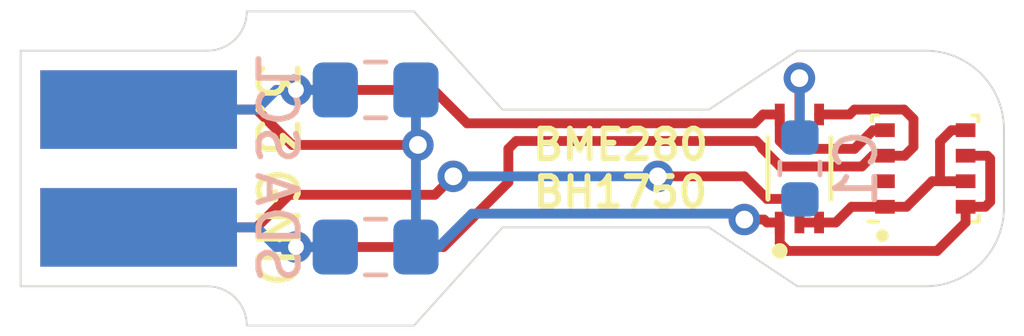
<source format=kicad_pcb>
(kicad_pcb (version 20171130) (host pcbnew 5.1.6-c6e7f7d~86~ubuntu20.04.1)

  (general
    (thickness 1.6)
    (drawings 35)
    (tracks 91)
    (zones 0)
    (modules 9)
    (nets 7)
  )

  (page A4)
  (layers
    (0 F.Cu signal)
    (31 B.Cu signal)
    (32 B.Adhes user hide)
    (33 F.Adhes user hide)
    (34 B.Paste user hide)
    (35 F.Paste user hide)
    (36 B.SilkS user)
    (37 F.SilkS user)
    (38 B.Mask user hide)
    (39 F.Mask user hide)
    (40 Dwgs.User user hide)
    (41 Cmts.User user hide)
    (42 Eco1.User user)
    (43 Eco2.User user hide)
    (44 Edge.Cuts user)
    (45 Margin user hide)
    (46 B.CrtYd user hide)
    (47 F.CrtYd user hide)
    (48 B.Fab user hide)
    (49 F.Fab user hide)
  )

  (setup
    (last_trace_width 0.25)
    (trace_clearance 0.2)
    (zone_clearance 0.508)
    (zone_45_only no)
    (trace_min 0.2)
    (via_size 0.8)
    (via_drill 0.4)
    (via_min_size 0.4)
    (via_min_drill 0.3)
    (uvia_size 0.3)
    (uvia_drill 0.1)
    (uvias_allowed no)
    (uvia_min_size 0.2)
    (uvia_min_drill 0.1)
    (edge_width 0.05)
    (segment_width 0.2)
    (pcb_text_width 0.3)
    (pcb_text_size 1.5 1.5)
    (mod_edge_width 0.12)
    (mod_text_size 1 1)
    (mod_text_width 0.15)
    (pad_size 1.524 1.524)
    (pad_drill 0.762)
    (pad_to_mask_clearance 0.05)
    (aux_axis_origin 0 0)
    (visible_elements 7FFFFFFF)
    (pcbplotparams
      (layerselection 0x010fc_ffffffff)
      (usegerberextensions false)
      (usegerberattributes true)
      (usegerberadvancedattributes true)
      (creategerberjobfile true)
      (excludeedgelayer true)
      (linewidth 0.100000)
      (plotframeref false)
      (viasonmask false)
      (mode 1)
      (useauxorigin false)
      (hpglpennumber 1)
      (hpglpenspeed 20)
      (hpglpendiameter 15.000000)
      (psnegative false)
      (psa4output false)
      (plotreference true)
      (plotvalue true)
      (plotinvisibletext false)
      (padsonsilk false)
      (subtractmaskfromsilk false)
      (outputformat 1)
      (mirror false)
      (drillshape 0)
      (scaleselection 1)
      (outputdirectory ""))
  )

  (net 0 "")
  (net 1 SCL)
  (net 2 3.3)
  (net 3 GND)
  (net 4 SDA)
  (net 5 "Net-(U1-Pad2)")
  (net 6 "Net-(C1-Pad2)")

  (net_class Default "This is the default net class."
    (clearance 0.2)
    (trace_width 0.25)
    (via_dia 0.8)
    (via_drill 0.4)
    (uvia_dia 0.3)
    (uvia_drill 0.1)
    (add_net 3.3)
    (add_net GND)
    (add_net "Net-(C1-Pad2)")
    (add_net "Net-(U1-Pad2)")
    (add_net SCL)
    (add_net SDA)
  )

  (module BH1750:XDCR_BH1750FVI-TR (layer F.Cu) (tedit 5F131C13) (tstamp 5F13D662)
    (at 77.3 134 90)
    (path /5F132020)
    (fp_text reference U2 (at 0.3 -1.7 90) (layer F.Fab) hide
      (effects (font (size 1.001283 1.001283) (thickness 0.015)))
    )
    (fp_text value BH1750FVI-TR (at 8.80415 1.71678 90) (layer F.Fab)
      (effects (font (size 1.001039 1.001039) (thickness 0.015)))
    )
    (fp_circle (center -2.1 -0.5) (end -2 -0.5) (layer F.SilkS) (width 0.2))
    (fp_line (start -1.3 0.8) (end 1.3 0.8) (layer F.Fab) (width 0.127))
    (fp_line (start 1.3 -0.8) (end -1.3 -0.8) (layer F.Fab) (width 0.127))
    (fp_line (start -1.9 1.05) (end -1.9 -1.05) (layer F.CrtYd) (width 0.05))
    (fp_line (start 1.9 1.05) (end -1.9 1.05) (layer F.CrtYd) (width 0.05))
    (fp_line (start 1.9 -1.05) (end 1.9 1.05) (layer F.CrtYd) (width 0.05))
    (fp_line (start -1.9 -1.05) (end 1.9 -1.05) (layer F.CrtYd) (width 0.05))
    (fp_circle (center -2.1 -0.5) (end -2 -0.5) (layer F.Fab) (width 0.2))
    (fp_line (start 0.78 -0.8) (end -0.78 -0.8) (layer F.SilkS) (width 0.127))
    (fp_line (start 1.3 0.8) (end 1.3 -0.8) (layer F.Fab) (width 0.127))
    (fp_line (start -0.78 0.8) (end 0.78 0.8) (layer F.SilkS) (width 0.127))
    (fp_line (start -1.3 -0.8) (end -1.3 0.8) (layer F.Fab) (width 0.127))
    (pad 6 smd rect (at 1.375 -0.5 90) (size 0.55 0.25) (layers F.Cu F.Paste F.Mask)
      (net 1 SCL))
    (pad 5 smd rect (at 1.375 0 90) (size 0.55 0.25) (layers F.Cu F.Paste F.Mask)
      (net 6 "Net-(C1-Pad2)"))
    (pad 4 smd rect (at 1.375 0.5 90) (size 0.55 0.25) (layers F.Cu F.Paste F.Mask)
      (net 4 SDA))
    (pad 3 smd rect (at -1.375 0.5 90) (size 0.55 0.25) (layers F.Cu F.Paste F.Mask)
      (net 3 GND))
    (pad 2 smd rect (at -1.375 0 90) (size 0.55 0.25) (layers F.Cu F.Paste F.Mask)
      (net 3 GND))
    (pad 1 smd rect (at -1.375 -0.5 90) (size 0.55 0.25) (layers F.Cu F.Paste F.Mask)
      (net 2 3.3))
  )

  (module Capacitor_SMD:C_0603_1608Metric (layer B.Cu) (tedit 5B301BBE) (tstamp 5F13D590)
    (at 77.3125 134 90)
    (descr "Capacitor SMD 0603 (1608 Metric), square (rectangular) end terminal, IPC_7351 nominal, (Body size source: http://www.tortai-tech.com/upload/download/2011102023233369053.pdf), generated with kicad-footprint-generator")
    (tags capacitor)
    (path /5F132F89)
    (attr smd)
    (fp_text reference C1 (at 0 1.4375 90) (layer B.SilkS)
      (effects (font (size 1 1) (thickness 0.15)) (justify mirror))
    )
    (fp_text value 1uF (at 0 -1.43 90) (layer B.Fab)
      (effects (font (size 1 1) (thickness 0.15)) (justify mirror))
    )
    (fp_line (start 1.48 -0.73) (end -1.48 -0.73) (layer B.CrtYd) (width 0.05))
    (fp_line (start 1.48 0.73) (end 1.48 -0.73) (layer B.CrtYd) (width 0.05))
    (fp_line (start -1.48 0.73) (end 1.48 0.73) (layer B.CrtYd) (width 0.05))
    (fp_line (start -1.48 -0.73) (end -1.48 0.73) (layer B.CrtYd) (width 0.05))
    (fp_line (start -0.162779 -0.51) (end 0.162779 -0.51) (layer B.SilkS) (width 0.12))
    (fp_line (start -0.162779 0.51) (end 0.162779 0.51) (layer B.SilkS) (width 0.12))
    (fp_line (start 0.8 -0.4) (end -0.8 -0.4) (layer B.Fab) (width 0.1))
    (fp_line (start 0.8 0.4) (end 0.8 -0.4) (layer B.Fab) (width 0.1))
    (fp_line (start -0.8 0.4) (end 0.8 0.4) (layer B.Fab) (width 0.1))
    (fp_line (start -0.8 -0.4) (end -0.8 0.4) (layer B.Fab) (width 0.1))
    (fp_text user %R (at 0 0 90) (layer B.Fab)
      (effects (font (size 0.4 0.4) (thickness 0.06)) (justify mirror))
    )
    (pad 2 smd roundrect (at 0.7875 0 90) (size 0.875 0.95) (layers B.Cu B.Paste B.Mask) (roundrect_rratio 0.25)
      (net 6 "Net-(C1-Pad2)"))
    (pad 1 smd roundrect (at -0.7875 0 90) (size 0.875 0.95) (layers B.Cu B.Paste B.Mask) (roundrect_rratio 0.25)
      (net 3 GND))
    (model ${KISYS3DMOD}/Capacitor_SMD.3dshapes/C_0603_1608Metric.wrl
      (at (xyz 0 0 0))
      (scale (xyz 1 1 1))
      (rotate (xyz 0 0 0))
    )
  )

  (module "KD5AHL-Kicad:2x5 SMD Pad" (layer F.Cu) (tedit 5EFCB001) (tstamp 5EFBD28E)
    (at 60.5 132.96)
    (path /5EFBD21A)
    (fp_text reference TP4 (at 0 0.5) (layer F.Fab) hide
      (effects (font (size 1 1) (thickness 0.15)))
    )
    (fp_text value GND (at 0 -0.5) (layer F.Fab)
      (effects (font (size 1 1) (thickness 0.15)))
    )
    (pad 1 smd rect (at 0 2.54 90) (size 2 5) (layers F.Cu F.Paste F.Mask)
      (net 3 GND))
  )

  (module "KD5AHL-Kicad:2x5 SMD Pad" (layer F.Cu) (tedit 5EFCB001) (tstamp 5EFBDB5E)
    (at 60.5 129.96)
    (path /5EFBD065)
    (fp_text reference TP3 (at 0 0.5) (layer F.Fab) hide
      (effects (font (size 1 1) (thickness 0.15)))
    )
    (fp_text value 3.3 (at 0 -0.5) (layer F.Fab)
      (effects (font (size 1 1) (thickness 0.15)))
    )
    (pad 1 smd rect (at 0 2.54 90) (size 2 5) (layers F.Cu F.Paste F.Mask)
      (net 2 3.3))
  )

  (module "KD5AHL-Kicad:2x5 SMD Pad" (layer B.Cu) (tedit 5EFCB001) (tstamp 5EFBD27A)
    (at 60.5 135.04)
    (path /5EFBCE9A)
    (fp_text reference TP2 (at 0 -0.5) (layer B.Fab) hide
      (effects (font (size 1 1) (thickness 0.15)) (justify mirror))
    )
    (fp_text value SCL (at 0 0.5) (layer B.Fab)
      (effects (font (size 1 1) (thickness 0.15)) (justify mirror))
    )
    (pad 1 smd rect (at 0 -2.54 270) (size 2 5) (layers B.Cu B.Paste B.Mask)
      (net 1 SCL))
  )

  (module "KD5AHL-Kicad:2x5 SMD Pad" (layer B.Cu) (tedit 5EFCB001) (tstamp 5EFCB676)
    (at 60.5 138.04)
    (path /5EFBBE63)
    (fp_text reference TP1 (at 0 -0.5) (layer B.Fab) hide
      (effects (font (size 1 1) (thickness 0.15)) (justify mirror))
    )
    (fp_text value SDA (at 0 0.5) (layer B.Fab)
      (effects (font (size 1 1) (thickness 0.15)) (justify mirror))
    )
    (pad 1 smd rect (at 0 -2.54 270) (size 2 5) (layers B.Cu B.Paste B.Mask)
      (net 4 SDA))
  )

  (module Package_LGA:Bosch_LGA-8_2.5x2.5mm_P0.65mm_ClockwisePinNumbering (layer F.Cu) (tedit 5A0FA816) (tstamp 5EFBD0D4)
    (at 80.5 134 90)
    (descr LGA-8)
    (tags "lga land grid array")
    (path /5EFB6E21)
    (attr smd)
    (fp_text reference U1 (at 0.015 -2.465 270) (layer F.Fab)
      (effects (font (size 1 1) (thickness 0.15)))
    )
    (fp_text value BME280 (at 0.015 2.535 270) (layer F.Fab)
      (effects (font (size 1 1) (thickness 0.15)))
    )
    (fp_line (start -1.35 1.36) (end -1.2 1.36) (layer F.SilkS) (width 0.1))
    (fp_line (start -1.25 -0.5) (end -0.5 -1.25) (layer F.Fab) (width 0.1))
    (fp_line (start -1.35 1.35) (end -1.35 1.2) (layer F.SilkS) (width 0.1))
    (fp_line (start 1.35 1.35) (end 1.35 1.2) (layer F.SilkS) (width 0.1))
    (fp_line (start 1.35 1.35) (end 1.2 1.35) (layer F.SilkS) (width 0.1))
    (fp_line (start 1.2 -1.35) (end 1.35 -1.35) (layer F.SilkS) (width 0.1))
    (fp_line (start 1.35 -1.35) (end 1.35 -1.2) (layer F.SilkS) (width 0.1))
    (fp_line (start -1.35 -1.2) (end -1.35 -1.45) (layer F.SilkS) (width 0.1))
    (fp_line (start -1.25 1.25) (end -1.25 -0.5) (layer F.Fab) (width 0.1))
    (fp_line (start -0.5 -1.25) (end 1.25 -1.25) (layer F.Fab) (width 0.1))
    (fp_line (start 1.25 -1.25) (end 1.25 1.25) (layer F.Fab) (width 0.1))
    (fp_line (start 1.25 1.25) (end -1.25 1.25) (layer F.Fab) (width 0.1))
    (fp_line (start -1.41 1.54) (end -1.41 -1.54) (layer F.CrtYd) (width 0.05))
    (fp_line (start -1.41 -1.54) (end 1.41 -1.54) (layer F.CrtYd) (width 0.05))
    (fp_line (start 1.41 -1.54) (end 1.41 1.54) (layer F.CrtYd) (width 0.05))
    (fp_line (start 1.41 1.54) (end -1.41 1.54) (layer F.CrtYd) (width 0.05))
    (fp_text user %R (at 0 0 90) (layer F.Fab)
      (effects (font (size 0.5 0.5) (thickness 0.075)))
    )
    (pad 5 smd rect (at 0.975 1.025 180) (size 0.5 0.35) (layers F.Cu F.Paste F.Mask)
      (net 3 GND))
    (pad 6 smd rect (at 0.325 1.025 180) (size 0.5 0.35) (layers F.Cu F.Paste F.Mask)
      (net 2 3.3))
    (pad 7 smd rect (at -0.325 1.025 180) (size 0.5 0.35) (layers F.Cu F.Paste F.Mask)
      (net 3 GND))
    (pad 8 smd rect (at -0.975 1.025 180) (size 0.5 0.35) (layers F.Cu F.Paste F.Mask)
      (net 2 3.3))
    (pad 1 smd rect (at -0.975 -1.025 180) (size 0.5 0.35) (layers F.Cu F.Paste F.Mask)
      (net 3 GND))
    (pad 2 smd rect (at -0.325 -1.025 180) (size 0.5 0.35) (layers F.Cu F.Paste F.Mask)
      (net 5 "Net-(U1-Pad2)"))
    (pad 3 smd rect (at 0.325 -1.025 180) (size 0.5 0.35) (layers F.Cu F.Paste F.Mask)
      (net 4 SDA))
    (pad 4 smd rect (at 0.975 -1.025 180) (size 0.5 0.35) (layers F.Cu F.Paste F.Mask)
      (net 1 SCL))
    (model ${KISYS3DMOD}/Package_LGA.3dshapes/Bosch_LGA-8_2.5x2.5mm_P0.65mm_ClockwisePinNumbering.wrl
      (offset (xyz 0.01500000025472259 -0.03500000059435272 0))
      (scale (xyz 1 1 1))
      (rotate (xyz 0 0 0))
    )
  )

  (module Resistor_SMD:R_0805_2012Metric_Pad1.15x1.40mm_HandSolder (layer B.Cu) (tedit 5B36C52B) (tstamp 5EFBD255)
    (at 66.525 136 180)
    (descr "Resistor SMD 0805 (2012 Metric), square (rectangular) end terminal, IPC_7351 nominal with elongated pad for handsoldering. (Body size source: https://docs.google.com/spreadsheets/d/1BsfQQcO9C6DZCsRaXUlFlo91Tg2WpOkGARC1WS5S8t0/edit?usp=sharing), generated with kicad-footprint-generator")
    (tags "resistor handsolder")
    (path /5EFBA944)
    (attr smd)
    (fp_text reference R1 (at 0 -1.5 180) (layer B.Fab) hide
      (effects (font (size 1 1) (thickness 0.15)) (justify mirror))
    )
    (fp_text value 4.7K (at 0 -1.65) (layer B.Fab)
      (effects (font (size 1 1) (thickness 0.15)) (justify mirror))
    )
    (fp_line (start 1.85 -0.95) (end -1.85 -0.95) (layer B.CrtYd) (width 0.05))
    (fp_line (start 1.85 0.95) (end 1.85 -0.95) (layer B.CrtYd) (width 0.05))
    (fp_line (start -1.85 0.95) (end 1.85 0.95) (layer B.CrtYd) (width 0.05))
    (fp_line (start -1.85 -0.95) (end -1.85 0.95) (layer B.CrtYd) (width 0.05))
    (fp_line (start -0.261252 -0.71) (end 0.261252 -0.71) (layer B.SilkS) (width 0.12))
    (fp_line (start -0.261252 0.71) (end 0.261252 0.71) (layer B.SilkS) (width 0.12))
    (fp_line (start 1 -0.6) (end -1 -0.6) (layer B.Fab) (width 0.1))
    (fp_line (start 1 0.6) (end 1 -0.6) (layer B.Fab) (width 0.1))
    (fp_line (start -1 0.6) (end 1 0.6) (layer B.Fab) (width 0.1))
    (fp_line (start -1 -0.6) (end -1 0.6) (layer B.Fab) (width 0.1))
    (fp_text user %R (at 0 0) (layer B.Fab)
      (effects (font (size 0.5 0.5) (thickness 0.08)) (justify mirror))
    )
    (pad 1 smd roundrect (at -1.025 0 180) (size 1.15 1.4) (layers B.Cu B.Paste B.Mask) (roundrect_rratio 0.217391)
      (net 2 3.3))
    (pad 2 smd roundrect (at 1.025 0 180) (size 1.15 1.4) (layers B.Cu B.Paste B.Mask) (roundrect_rratio 0.217391)
      (net 4 SDA))
    (model ${KISYS3DMOD}/Resistor_SMD.3dshapes/R_0805_2012Metric.wrl
      (at (xyz 0 0 0))
      (scale (xyz 1 1 1))
      (rotate (xyz 0 0 0))
    )
  )

  (module Resistor_SMD:R_0805_2012Metric_Pad1.15x1.40mm_HandSolder (layer B.Cu) (tedit 5B36C52B) (tstamp 5EFBD266)
    (at 66.525 132 180)
    (descr "Resistor SMD 0805 (2012 Metric), square (rectangular) end terminal, IPC_7351 nominal with elongated pad for handsoldering. (Body size source: https://docs.google.com/spreadsheets/d/1BsfQQcO9C6DZCsRaXUlFlo91Tg2WpOkGARC1WS5S8t0/edit?usp=sharing), generated with kicad-footprint-generator")
    (tags "resistor handsolder")
    (path /5EFBB27F)
    (attr smd)
    (fp_text reference R2 (at 0 1.65) (layer B.Fab) hide
      (effects (font (size 1 1) (thickness 0.15)) (justify mirror))
    )
    (fp_text value 4.7K (at 0 -1.65) (layer B.Fab)
      (effects (font (size 1 1) (thickness 0.15)) (justify mirror))
    )
    (fp_line (start -1 -0.6) (end -1 0.6) (layer B.Fab) (width 0.1))
    (fp_line (start -1 0.6) (end 1 0.6) (layer B.Fab) (width 0.1))
    (fp_line (start 1 0.6) (end 1 -0.6) (layer B.Fab) (width 0.1))
    (fp_line (start 1 -0.6) (end -1 -0.6) (layer B.Fab) (width 0.1))
    (fp_line (start -0.261252 0.71) (end 0.261252 0.71) (layer B.SilkS) (width 0.12))
    (fp_line (start -0.261252 -0.71) (end 0.261252 -0.71) (layer B.SilkS) (width 0.12))
    (fp_line (start -1.85 -0.95) (end -1.85 0.95) (layer B.CrtYd) (width 0.05))
    (fp_line (start -1.85 0.95) (end 1.85 0.95) (layer B.CrtYd) (width 0.05))
    (fp_line (start 1.85 0.95) (end 1.85 -0.95) (layer B.CrtYd) (width 0.05))
    (fp_line (start 1.85 -0.95) (end -1.85 -0.95) (layer B.CrtYd) (width 0.05))
    (fp_text user %R (at 0 0) (layer B.Fab)
      (effects (font (size 0.5 0.5) (thickness 0.08)) (justify mirror))
    )
    (pad 2 smd roundrect (at 1.025 0 180) (size 1.15 1.4) (layers B.Cu B.Paste B.Mask) (roundrect_rratio 0.217391)
      (net 1 SCL))
    (pad 1 smd roundrect (at -1.025 0 180) (size 1.15 1.4) (layers B.Cu B.Paste B.Mask) (roundrect_rratio 0.217391)
      (net 2 3.3))
    (model ${KISYS3DMOD}/Resistor_SMD.3dshapes/R_0805_2012Metric.wrl
      (at (xyz 0 0 0))
      (scale (xyz 1 1 1))
      (rotate (xyz 0 0 0))
    )
  )

  (dimension 6.025 (width 0.15) (layer F.Fab)
    (gr_text "6.025 mm" (at 86.475 134.0125 270) (layer F.Fab)
      (effects (font (size 1 1) (thickness 0.15)))
    )
    (feature1 (pts (xy 80.55 137.025) (xy 85.761421 137.025)))
    (feature2 (pts (xy 80.55 131) (xy 85.761421 131)))
    (crossbar (pts (xy 85.175 131) (xy 85.175 137.025)))
    (arrow1a (pts (xy 85.175 137.025) (xy 84.588579 135.898496)))
    (arrow1b (pts (xy 85.175 137.025) (xy 85.761421 135.898496)))
    (arrow2a (pts (xy 85.175 131) (xy 84.588579 132.126504)))
    (arrow2b (pts (xy 85.175 131) (xy 85.761421 132.126504)))
  )
  (gr_circle (center 79.41 135.71) (end 79.51 135.73) (layer F.SilkS) (width 0.12))
  (gr_circle (center 79.41 135.71) (end 79.47 135.71) (layer F.SilkS) (width 0.12))
  (gr_arc (start 62.25 138) (end 63.25 138) (angle -90) (layer Edge.Cuts) (width 0.05))
  (gr_line (start 57.5 137) (end 62.25 137) (layer Edge.Cuts) (width 0.05))
  (gr_arc (start 62.25 130) (end 62.25 131) (angle -90) (layer Edge.Cuts) (width 0.05))
  (gr_line (start 57.5 131) (end 62.25 131) (layer Edge.Cuts) (width 0.05))
  (gr_arc (start 80.5 135) (end 80.5 137) (angle -90) (layer Edge.Cuts) (width 0.05))
  (gr_arc (start 80.5 133) (end 82.5 133) (angle -90) (layer Edge.Cuts) (width 0.05))
  (gr_line (start 69.75 132.5) (end 75 132.5) (layer Edge.Cuts) (width 0.05))
  (gr_line (start 75 132.5) (end 77.25 131) (layer Edge.Cuts) (width 0.05))
  (gr_line (start 67.5 130) (end 69.75 132.5) (layer Edge.Cuts) (width 0.05))
  (gr_line (start 69.75 135.5) (end 75 135.5) (layer Edge.Cuts) (width 0.05))
  (gr_line (start 75 135.5) (end 77.25 137) (layer Edge.Cuts) (width 0.05))
  (gr_line (start 67.5 138) (end 69.75 135.5) (layer Edge.Cuts) (width 0.05))
  (gr_line (start 80 127.5) (end 80 132) (layer Eco2.User) (width 0.05))
  (gr_line (start 63 136.5) (end 63 140.5) (layer Eco2.User) (width 0.05))
  (gr_line (start 80 136) (end 80 140.5) (layer Eco2.User) (width 0.05))
  (gr_line (start 63 127.5) (end 63 132) (layer Eco2.User) (width 0.05))
  (gr_line (start 58 134) (end 57 134) (layer Eco1.User) (width 0.05))
  (gr_line (start 82 134) (end 83 134) (layer Eco1.User) (width 0.05))
  (dimension 25 (width 0.15) (layer F.Fab)
    (gr_text "25.000 mm" (at 70 123.45) (layer F.Fab)
      (effects (font (size 1 1) (thickness 0.15)))
    )
    (feature1 (pts (xy 82.5 131) (xy 82.5 124.163579)))
    (feature2 (pts (xy 57.5 131) (xy 57.5 124.163579)))
    (crossbar (pts (xy 57.5 124.75) (xy 82.5 124.75)))
    (arrow1a (pts (xy 82.5 124.75) (xy 81.373496 125.336421)))
    (arrow1b (pts (xy 82.5 124.75) (xy 81.373496 124.163579)))
    (arrow2a (pts (xy 57.5 124.75) (xy 58.626504 125.336421)))
    (arrow2b (pts (xy 57.5 124.75) (xy 58.626504 124.163579)))
  )
  (gr_text "BME280\nBH1750\n" (at 72.75 134) (layer F.SilkS)
    (effects (font (size 0.75 0.75) (thickness 0.15)))
  )
  (dimension 8 (width 0.15) (layer F.Fab)
    (gr_text "8.000 mm" (at 47.7 134 270) (layer F.Fab)
      (effects (font (size 1 1) (thickness 0.15)))
    )
    (feature1 (pts (xy 65 138) (xy 48.413579 138)))
    (feature2 (pts (xy 65 130) (xy 48.413579 130)))
    (crossbar (pts (xy 49 130) (xy 49 138)))
    (arrow1a (pts (xy 49 138) (xy 48.413579 136.873496)))
    (arrow1b (pts (xy 49 138) (xy 49.586421 136.873496)))
    (arrow2a (pts (xy 49 130) (xy 48.413579 131.126504)))
    (arrow2b (pts (xy 49 130) (xy 49.586421 131.126504)))
  )
  (dimension 6 (width 0.15) (layer F.Fab)
    (gr_text "6.000 mm" (at 51.2 134 270) (layer F.Fab)
      (effects (font (size 1 1) (thickness 0.15)))
    )
    (feature1 (pts (xy 60 137) (xy 51.913579 137)))
    (feature2 (pts (xy 60 131) (xy 51.913579 131)))
    (crossbar (pts (xy 52.5 131) (xy 52.5 137)))
    (arrow1a (pts (xy 52.5 137) (xy 51.913579 135.873496)))
    (arrow1b (pts (xy 52.5 137) (xy 53.086421 135.873496)))
    (arrow2a (pts (xy 52.5 131) (xy 51.913579 132.126504)))
    (arrow2b (pts (xy 52.5 131) (xy 53.086421 132.126504)))
  )
  (gr_text SDA (at 64 135.5 270) (layer B.SilkS)
    (effects (font (size 1 1) (thickness 0.15)) (justify mirror))
  )
  (gr_text SCL (at 64 132.5 270) (layer B.SilkS) (tstamp 5EFBDF0D)
    (effects (font (size 1 1) (thickness 0.15)) (justify mirror))
  )
  (gr_text GND (at 64 135.5 270) (layer F.SilkS)
    (effects (font (size 1 1) (thickness 0.15)))
  )
  (gr_text 3.3 (at 64 132.5 270) (layer F.SilkS)
    (effects (font (size 1 1) (thickness 0.15)))
  )
  (gr_line (start 57.5 131) (end 57.5 137) (layer Edge.Cuts) (width 0.05) (tstamp 5EFBDD99))
  (gr_line (start 80.5 137) (end 77.25 137) (layer Edge.Cuts) (width 0.05) (tstamp 5EFBDD98))
  (gr_line (start 82.5 133) (end 82.5 135) (layer Edge.Cuts) (width 0.05))
  (gr_line (start 77.25 131) (end 80.5 131) (layer Edge.Cuts) (width 0.05))
  (gr_line (start 63.25 138) (end 67.5 138) (layer Edge.Cuts) (width 0.05))
  (gr_line (start 63.25 130) (end 67.5 130) (layer Edge.Cuts) (width 0.05))

  (via (at 77.3 131.7) (size 0.8) (drill 0.45) (layers F.Cu B.Cu) (net 6))
  (via (at 64.5 132) (size 0.8) (drill 0.4) (layers F.Cu B.Cu) (net 1))
  (segment (start 60.5 132.5) (end 63.5 132.5) (width 0.25) (layer B.Cu) (net 1))
  (segment (start 64 132) (end 65.5 132) (width 0.25) (layer B.Cu) (net 1))
  (segment (start 63.5 132.5) (end 64 132) (width 0.25) (layer B.Cu) (net 1))
  (segment (start 79.475 133.025) (end 79.175 133.025) (width 0.25) (layer F.Cu) (net 1))
  (segment (start 79.175 133.025) (end 78.7 133.5) (width 0.25) (layer F.Cu) (net 1))
  (segment (start 78.7 133.5) (end 77 133.5) (width 0.25) (layer F.Cu) (net 1))
  (segment (start 76.8 133.3) (end 76.8 132.625) (width 0.25) (layer F.Cu) (net 1))
  (segment (start 77 133.5) (end 76.8 133.3) (width 0.25) (layer F.Cu) (net 1))
  (segment (start 76.14999 132.85001) (end 76.375 132.625) (width 0.25) (layer F.Cu) (net 1))
  (segment (start 76.375 132.625) (end 76.8 132.625) (width 0.25) (layer F.Cu) (net 1))
  (segment (start 68.85001 132.85001) (end 76.14999 132.85001) (width 0.25) (layer F.Cu) (net 1))
  (segment (start 68 132) (end 68.85001 132.85001) (width 0.25) (layer F.Cu) (net 1))
  (segment (start 64.5 132) (end 68 132) (width 0.25) (layer F.Cu) (net 1))
  (via (at 67.6 133.4) (size 0.8) (drill 0.45) (layers F.Cu B.Cu) (net 2))
  (segment (start 67.55 133.35) (end 67.6 133.4) (width 0.25) (layer B.Cu) (net 2))
  (segment (start 67.55 132) (end 67.55 133.35) (width 0.25) (layer B.Cu) (net 2))
  (segment (start 67.55 133.45) (end 67.6 133.4) (width 0.25) (layer B.Cu) (net 2))
  (segment (start 67.55 136) (end 67.55 133.45) (width 0.25) (layer B.Cu) (net 2))
  (segment (start 67.6 133.4) (end 64.4 133.4) (width 0.25) (layer F.Cu) (net 2))
  (segment (start 63.5 132.5) (end 60.5 132.5) (width 0.25) (layer F.Cu) (net 2))
  (segment (start 64.4 133.4) (end 63.5 132.5) (width 0.25) (layer F.Cu) (net 2))
  (segment (start 82.075 133.675) (end 82.14999 133.74999) (width 0.25) (layer F.Cu) (net 2))
  (segment (start 81.525 133.675) (end 82.075 133.675) (width 0.25) (layer F.Cu) (net 2))
  (segment (start 82.14999 133.74999) (end 82.14999 134.85001) (width 0.25) (layer F.Cu) (net 2))
  (segment (start 82.025 134.975) (end 81.525 134.975) (width 0.25) (layer F.Cu) (net 2))
  (segment (start 82.14999 134.85001) (end 82.025 134.975) (width 0.25) (layer F.Cu) (net 2))
  (segment (start 76.8 135.9) (end 76.8 135.375) (width 0.25) (layer F.Cu) (net 2))
  (segment (start 80.8 136.1) (end 77 136.1) (width 0.25) (layer F.Cu) (net 2))
  (segment (start 77 136.1) (end 76.8 135.9) (width 0.25) (layer F.Cu) (net 2))
  (segment (start 81.525 135.375) (end 80.8 136.1) (width 0.25) (layer F.Cu) (net 2))
  (segment (start 81.525 134.975) (end 81.525 135.375) (width 0.25) (layer F.Cu) (net 2))
  (segment (start 68.97501 135.14999) (end 75.74999 135.14999) (width 0.25) (layer B.Cu) (net 2))
  (segment (start 68.125 136) (end 68.97501 135.14999) (width 0.25) (layer B.Cu) (net 2))
  (segment (start 67.55 136) (end 68.125 136) (width 0.25) (layer B.Cu) (net 2))
  (segment (start 75.74999 135.14999) (end 75.9 135.3) (width 0.25) (layer B.Cu) (net 2))
  (segment (start 75.9 135.3) (end 75.9 135.3) (width 0.25) (layer B.Cu) (net 2) (tstamp 5F13DFBD))
  (via (at 75.9 135.3) (size 0.8) (drill 0.45) (layers F.Cu B.Cu) (net 2))
  (segment (start 75.9 135.3) (end 76.4 135.3) (width 0.25) (layer F.Cu) (net 2))
  (segment (start 76.475 135.375) (end 76.8 135.375) (width 0.25) (layer F.Cu) (net 2))
  (segment (start 76.4 135.3) (end 76.475 135.375) (width 0.25) (layer F.Cu) (net 2))
  (segment (start 63.5 135.5) (end 60.5 135.5) (width 0.25) (layer F.Cu) (net 3))
  (segment (start 64.33 134.67) (end 63.5 135.5) (width 0.25) (layer F.Cu) (net 3))
  (segment (start 79.475 134.975) (end 80.025 134.975) (width 0.25) (layer F.Cu) (net 3))
  (segment (start 80.025 134.975) (end 80.675 134.325) (width 0.25) (layer F.Cu) (net 3))
  (segment (start 81.164998 133.025) (end 81.525 133.025) (width 0.25) (layer F.Cu) (net 3))
  (segment (start 80.875 133.314998) (end 81.164998 133.025) (width 0.25) (layer F.Cu) (net 3))
  (segment (start 80.875 134.325) (end 80.875 133.314998) (width 0.25) (layer F.Cu) (net 3))
  (segment (start 80.675 134.325) (end 80.875 134.325) (width 0.25) (layer F.Cu) (net 3))
  (segment (start 80.875 134.325) (end 81.525 134.325) (width 0.25) (layer F.Cu) (net 3))
  (segment (start 77.3 135.375) (end 77.8 135.375) (width 0.25) (layer F.Cu) (net 3))
  (segment (start 77.8 135.375) (end 78.225 135.375) (width 0.25) (layer F.Cu) (net 3))
  (segment (start 78.625 134.975) (end 79.475 134.975) (width 0.25) (layer F.Cu) (net 3))
  (segment (start 78.225 135.375) (end 78.625 134.975) (width 0.25) (layer F.Cu) (net 3))
  (segment (start 64.33 134.67) (end 68.03 134.67) (width 0.25) (layer F.Cu) (net 3))
  (segment (start 68.03 134.67) (end 68.5 134.2) (width 0.25) (layer F.Cu) (net 3))
  (segment (start 68.5 134.2) (end 68.5 134.2) (width 0.25) (layer F.Cu) (net 3) (tstamp 5F13DEFA))
  (via (at 68.5 134.2) (size 0.8) (drill 0.45) (layers F.Cu B.Cu) (net 3))
  (via (at 73.7 134.2) (size 0.8) (drill 0.45) (layers F.Cu B.Cu) (net 3))
  (segment (start 75.9 134.2) (end 73.7 134.2) (width 0.25) (layer F.Cu) (net 3))
  (segment (start 76.474999 134.774999) (end 75.9 134.2) (width 0.25) (layer F.Cu) (net 3))
  (segment (start 77.224999 134.774999) (end 76.474999 134.774999) (width 0.25) (layer F.Cu) (net 3))
  (segment (start 77.3 134.85) (end 77.224999 134.774999) (width 0.25) (layer F.Cu) (net 3))
  (segment (start 77.3 135.375) (end 77.3 134.85) (width 0.25) (layer F.Cu) (net 3))
  (segment (start 68.5 134.2) (end 73.7 134.2) (width 0.25) (layer B.Cu) (net 3))
  (via (at 64.5 136) (size 0.8) (drill 0.4) (layers F.Cu B.Cu) (net 4))
  (segment (start 60.5 135.5) (end 63.5 135.5) (width 0.25) (layer B.Cu) (net 4))
  (segment (start 64 136) (end 65.5 136) (width 0.25) (layer B.Cu) (net 4))
  (segment (start 63.5 135.5) (end 64 136) (width 0.25) (layer B.Cu) (net 4))
  (segment (start 79.975 133.675) (end 80.2 133.45) (width 0.25) (layer F.Cu) (net 4))
  (segment (start 79.475 133.675) (end 79.975 133.675) (width 0.25) (layer F.Cu) (net 4))
  (segment (start 80.2 132.739998) (end 79.960002 132.5) (width 0.25) (layer F.Cu) (net 4))
  (segment (start 80.2 133.45) (end 80.2 132.739998) (width 0.25) (layer F.Cu) (net 4))
  (segment (start 79.960002 132.5) (end 78.7 132.5) (width 0.25) (layer F.Cu) (net 4))
  (segment (start 78.575 132.625) (end 77.8 132.625) (width 0.25) (layer F.Cu) (net 4))
  (segment (start 78.7 132.5) (end 78.575 132.625) (width 0.25) (layer F.Cu) (net 4))
  (segment (start 68.25 136) (end 64.5 136) (width 0.25) (layer F.Cu) (net 4))
  (segment (start 69.9 133.5) (end 69.9 134.35) (width 0.25) (layer F.Cu) (net 4))
  (segment (start 76.19998 133.30002) (end 70.09998 133.30002) (width 0.25) (layer F.Cu) (net 4))
  (segment (start 76.34999 133.45003) (end 76.19998 133.30002) (width 0.25) (layer F.Cu) (net 4))
  (segment (start 76.349991 133.486401) (end 76.34999 133.45003) (width 0.25) (layer F.Cu) (net 4))
  (segment (start 76.8136 133.95001) (end 76.349991 133.486401) (width 0.25) (layer F.Cu) (net 4))
  (segment (start 78.886401 133.950009) (end 76.8136 133.95001) (width 0.25) (layer F.Cu) (net 4))
  (segment (start 69.9 134.35) (end 68.25 136) (width 0.25) (layer F.Cu) (net 4))
  (segment (start 79.16141 133.675) (end 78.886401 133.950009) (width 0.25) (layer F.Cu) (net 4))
  (segment (start 70.09998 133.30002) (end 69.9 133.5) (width 0.25) (layer F.Cu) (net 4))
  (segment (start 79.475 133.675) (end 79.16141 133.675) (width 0.25) (layer F.Cu) (net 4))
  (segment (start 77.3125 131.7125) (end 77.3 131.7) (width 0.25) (layer B.Cu) (net 6))
  (segment (start 77.3125 133.2125) (end 77.3125 131.7125) (width 0.25) (layer B.Cu) (net 6))
  (segment (start 77.3 131.7) (end 77.3 132.625) (width 0.25) (layer F.Cu) (net 6))

)

</source>
